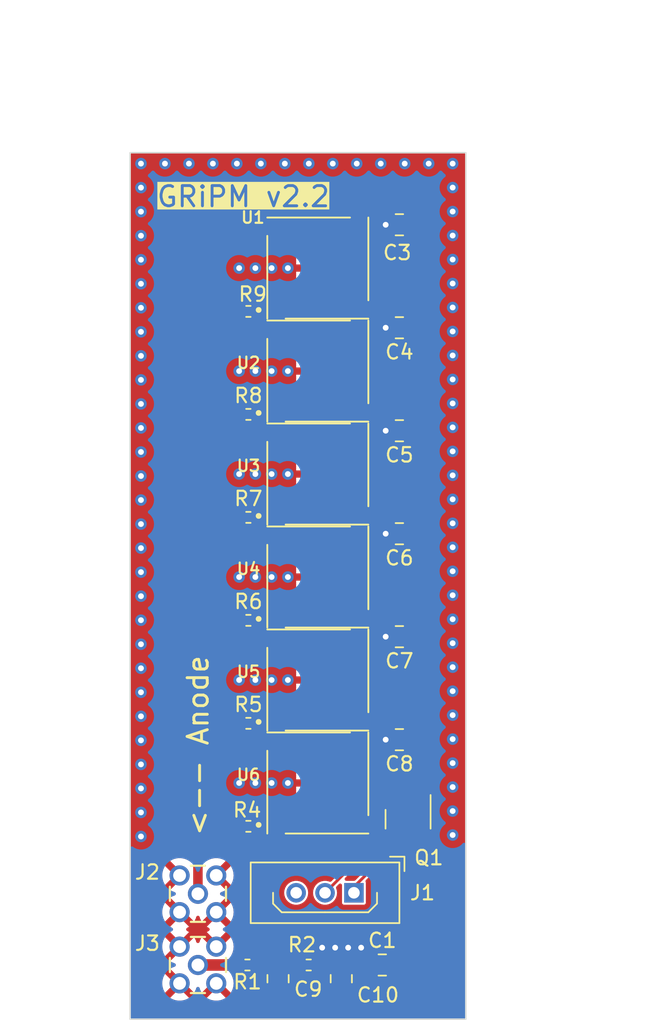
<source format=kicad_pcb>
(kicad_pcb (version 20240108) (generator "pcbnew") (generator_version "8.0")
  (title_block (title "gripm pcb v2"))
  (layers (0 "F.Cu" signal) (31 "B.Cu" signal) (34 "B.Paste" user) (35 "F.Paste" user) (36 "B.SilkS" user "B.Silkscreen") (37 "F.SilkS" user "F.Silkscreen") (38 "B.Mask" user) (39 "F.Mask" user) (44 "Edge.Cuts" user))
  (net 0 "")
  (net 1 "GND")
  (net 2 "/CATHODE")
  (net 3 "/ANODE")
  (net 4 "/D+")
  (net 5 "/D-")
  (net 12 "Net-(C9-Pad2)")
  (net 13 "Net-(J3-signal)")
  (net 15 "Net-(R4-Pad1)")
  (net 16 "Net-(R5-Pad1)")
  (net 17 "Net-(R6-Pad1)")
  (net 18 "Net-(R7-Pad1)")
  (net 19 "Net-(R8-Pad1)")
  (net 20 "Net-(R9-Pad1)")
  (footprint "proj:XDCR_MICROFC-60035-SMT-TR1" (layer "F.Cu") (at 53.5 72.096)
    (property "Reference" "U5" (at -4.8 -0.566 0) (layer "F.SilkS") (effects (font (size 0.8 0.8))))
    (property "Value" "MICROFC-60035-SMT-TR1")
    (fp_line (start -3.5 -3.5) (end 2.23 -3.5) (stroke (width 0.127)) (layer "F.SilkS"))
    (fp_line (start -3.5 -2.23) (end -3.5 3.5) (stroke (width 0.127)) (layer "F.SilkS"))
    (fp_line (start -2.23 3.5) (end 3.5 3.5) (stroke (width 0.127)) (layer "F.SilkS"))
    (fp_line (start 3.5 -3.5) (end 3.5 2.23) (stroke (width 0.127)) (layer "F.SilkS"))
    (fp_circle (center -4.1 2.9) (end -4 2.9) (stroke (width 0.2)) (fill none) (layer "F.SilkS"))
    (pad "1" smd roundrect (at -2.85 3 90) (size 1.1 0.6) (layers "F.Cu" "F.Paste" "F.Mask") (roundrect_rratio 0.15) (net 16 "Net-(R5-Pad1)"))
    (pad "2" smd roundrect (at 3 2.85 180) (size 1.1 0.6) (layers "F.Cu" "F.Paste" "F.Mask") (roundrect_rratio 0.15))
    (pad "3" smd roundrect (at 2.85 -3 270) (size 1.1 0.6) (layers "F.Cu" "F.Paste" "F.Mask") (roundrect_rratio 0.15) (net 2 "/CATHODE"))
    (pad "4" smd roundrect (at -3 -2.85) (size 1.1 0.6) (layers "F.Cu" "F.Paste" "F.Mask") (roundrect_rratio 0.15))
    (pad "5" smd roundrect (at 0 0) (size 2 2) (layers "F.Cu" "F.Paste" "F.Mask") (roundrect_rratio 0.15) (net 1 "GND"))
  )
  (footprint "Capacitor_SMD:C_0805_2012Metric" (layer "F.Cu") (at 55.125 92.782 90)
    (property "Reference" "C10" (at -1.13 2.54 0) (layer "F.SilkS"))
    (property "Value" "100nF")
    (fp_line (start -0.261252 -0.735) (end 0.261252 -0.735) (stroke (width 0.12)) (layer "F.SilkS"))
    (fp_line (start -0.261252 0.735) (end 0.261252 0.735) (stroke (width 0.12)) (layer "F.SilkS"))
    (pad "1" smd roundrect (at -0.95 0 90) (size 1 1.45) (layers "F.Cu" "F.Paste" "F.Mask") (net 1 "GND"))
    (pad "2" smd roundrect (at 0.95 0 90) (size 1 1.45) (layers "F.Cu" "F.Paste" "F.Mask") (net 2 "/CATHODE"))
  )
  (footprint "Capacitor_SMD:C_0805_2012Metric" (layer "F.Cu") (at 59.15 54.832 180)
    (property "Reference" "C5" (at 0 -1.68 180) (layer "F.SilkS"))
    (property "Value" "10pF")
    (fp_line (start -0.261252 0.735) (end 0.261252 0.735) (stroke (width 0.12)) (layer "F.SilkS"))
    (fp_line (start -0.261252 -0.735) (end 0.261252 -0.735) (stroke (width 0.12)) (layer "F.SilkS"))
    (pad "1" smd roundrect (at -0.95 0 180) (size 1 1.45) (layers "F.Cu" "F.Paste" "F.Mask") (net 1 "GND"))
    (pad "2" smd roundrect (at 0.95 0 180) (size 1 1.45) (layers "F.Cu" "F.Paste" "F.Mask") (net 2 "/CATHODE"))
  )
  (footprint "proj:XDCR_MICROFC-60035-SMT-TR1" (layer "F.Cu") (at 53.5 79.228)
    (property "Reference" "U6" (at -4.8 -0.566 0) (layer "F.SilkS") (effects (font (size 0.8 0.8))))
    (property "Value" "MICROFC-60035-SMT-TR1")
    (fp_line (start -3.5 -3.5) (end 2.23 -3.5) (stroke (width 0.127)) (layer "F.SilkS"))
    (fp_line (start -3.5 -2.23) (end -3.5 3.5) (stroke (width 0.127)) (layer "F.SilkS"))
    (fp_line (start -2.23 3.5) (end 3.5 3.5) (stroke (width 0.127)) (layer "F.SilkS"))
    (fp_line (start 3.5 -3.5) (end 3.5 2.23) (stroke (width 0.127)) (layer "F.SilkS"))
    (fp_circle (center -4.1 2.9) (end -4 2.9) (stroke (width 0.2)) (fill none) (layer "F.SilkS"))
    (pad "1" smd roundrect (at -2.85 3 90) (size 1.1 0.6) (layers "F.Cu" "F.Paste" "F.Mask") (roundrect_rratio 0.15) (net 15 "Net-(R4-Pad1)"))
    (pad "2" smd roundrect (at 3 2.85 180) (size 1.1 0.6) (layers "F.Cu" "F.Paste" "F.Mask") (roundrect_rratio 0.15))
    (pad "3" smd roundrect (at 2.85 -3 270) (size 1.1 0.6) (layers "F.Cu" "F.Paste" "F.Mask") (roundrect_rratio 0.15) (net 2 "/CATHODE"))
    (pad "4" smd roundrect (at -3 -2.85) (size 1.1 0.6) (layers "F.Cu" "F.Paste" "F.Mask") (roundrect_rratio 0.15))
    (pad "5" smd roundrect (at 0 0) (size 2 2) (layers "F.Cu" "F.Paste" "F.Mask") (roundrect_rratio 0.15) (net 1 "GND"))
  )
  (footprint "Resistor_SMD:R_0402_1005Metric" (layer "F.Cu") (at 48.69 60.832 180)
    (property "Reference" "R7" (at 0 1.3 180) (layer "F.SilkS"))
    (property "Value" "49r9")
    (fp_line (start -0.153641 0.38) (end 0.153641 0.38) (stroke (width 0.12)) (layer "F.SilkS"))
    (fp_line (start -0.153641 -0.38) (end 0.153641 -0.38) (stroke (width 0.12)) (layer "F.SilkS"))
    (pad "1" smd roundrect (at -0.51 0 180) (size 0.54 0.64) (layers "F.Cu" "F.Paste" "F.Mask") (net 18 "Net-(R7-Pad1)"))
    (pad "2" smd roundrect (at 0.51 0 180) (size 0.54 0.64) (layers "F.Cu" "F.Paste" "F.Mask") (net 3 "/ANODE"))
  )
  (footprint "Capacitor_SMD:C_0805_2012Metric" (layer "F.Cu") (at 59.15 69.096 180)
    (property "Reference" "C7" (at 0 -1.68 180) (layer "F.SilkS"))
    (property "Value" "10pF")
    (fp_line (start -0.261252 0.735) (end 0.261252 0.735) (stroke (width 0.12)) (layer "F.SilkS"))
    (fp_line (start -0.261252 -0.735) (end 0.261252 -0.735) (stroke (width 0.12)) (layer "F.SilkS"))
    (pad "1" smd roundrect (at -0.95 0 180) (size 1 1.45) (layers "F.Cu" "F.Paste" "F.Mask") (net 1 "GND"))
    (pad "2" smd roundrect (at 0.95 0 180) (size 1 1.45) (layers "F.Cu" "F.Paste" "F.Mask") (net 2 "/CATHODE"))
  )
  (footprint "Package_TO_SOT_SMD:SOT-23" (layer "F.Cu") (at 59.75 81.7375 -90)
    (property "Reference" "Q1" (at 2.668 -1.4375 180) (layer "F.SilkS"))
    (property "Value" "MMBT3904")
    (fp_line (start 0 1.56) (end -0.65 1.56) (stroke (width 0.12)) (layer "F.SilkS"))
    (fp_line (start 0 1.56) (end 0.65 1.56) (stroke (width 0.12)) (layer "F.SilkS"))
    (fp_line (start 0 -1.56) (end -1.675 -1.56) (stroke (width 0.12)) (layer "F.SilkS"))
    (fp_line (start 0 -1.56) (end 0.65 -1.56) (stroke (width 0.12)) (layer "F.SilkS"))
    (pad "1" smd roundrect (at -0.9375 -0.95 270) (size 1.475 0.6) (layers "F.Cu" "F.Paste" "F.Mask") (net 4 "/D+"))
    (pad "2" smd roundrect (at -0.9375 0.95 270) (size 1.475 0.6) (layers "F.Cu" "F.Paste" "F.Mask") (net 5 "/D-"))
    (pad "3" smd roundrect (at 0.9375 0 270) (size 1.475 0.6) (layers "F.Cu" "F.Paste" "F.Mask") (net 4 "/D+"))
  )
  (footprint "proj:XDCR_MICROFC-60035-SMT-TR1" (layer "F.Cu") (at 53.5 57.832)
    (property "Reference" "U3" (at -4.8 -0.566 0) (layer "F.SilkS") (effects (font (size 0.8 0.8))))
    (property "Value" "MICROFC-60035-SMT-TR1")
    (fp_line (start -3.5 -3.5) (end 2.23 -3.5) (stroke (width 0.127)) (layer "F.SilkS"))
    (fp_line (start -3.5 -2.23) (end -3.5 3.5) (stroke (width 0.127)) (layer "F.SilkS"))
    (fp_line (start -2.23 3.5) (end 3.5 3.5) (stroke (width 0.127)) (layer "F.SilkS"))
    (fp_line (start 3.5 -3.5) (end 3.5 2.23) (stroke (width 0.127)) (layer "F.SilkS"))
    (fp_circle (center -4.1 2.9) (end -4 2.9) (stroke (width 0.2)) (fill none) (layer "F.SilkS"))
    (pad "1" smd roundrect (at -2.85 3 90) (size 1.1 0.6) (layers "F.Cu" "F.Paste" "F.Mask") (roundrect_rratio 0.15) (net 18 "Net-(R7-Pad1)"))
    (pad "2" smd roundrect (at 3 2.85 180) (size 1.1 0.6) (layers "F.Cu" "F.Paste" "F.Mask") (roundrect_rratio 0.15))
    (pad "3" smd roundrect (at 2.85 -3 270) (size 1.1 0.6) (layers "F.Cu" "F.Paste" "F.Mask") (roundrect_rratio 0.15) (net 2 "/CATHODE"))
    (pad "4" smd roundrect (at -3 -2.85) (size 1.1 0.6) (layers "F.Cu" "F.Paste" "F.Mask") (roundrect_rratio 0.15))
    (pad "5" smd roundrect (at 0 0) (size 2 2) (layers "F.Cu" "F.Paste" "F.Mask") (roundrect_rratio 0.15) (net 1 "GND"))
  )
  (footprint "Capacitor_SMD:C_0805_2012Metric" (layer "F.Cu") (at 59.15 76.228 180)
    (property "Reference" "C8" (at 0 -1.68 180) (layer "F.SilkS"))
    (property "Value" "10pF")
    (fp_line (start -0.261252 0.735) (end 0.261252 0.735) (stroke (width 0.12)) (layer "F.SilkS"))
    (fp_line (start -0.261252 -0.735) (end 0.261252 -0.735) (stroke (width 0.12)) (layer "F.SilkS"))
    (pad "1" smd roundrect (at -0.95 0 180) (size 1 1.45) (layers "F.Cu" "F.Paste" "F.Mask") (net 1 "GND"))
    (pad "2" smd roundrect (at 0.95 0 180) (size 1 1.45) (layers "F.Cu" "F.Paste" "F.Mask") (net 2 "/CATHODE"))
  )
  (footprint "Resistor_SMD:R_0402_1005Metric" (layer "F.Cu") (at 48.625 91.832 180)
    (property "Reference" "R1" (at 0 -1.17 180) (layer "F.SilkS"))
    (property "Value" "49r9")
    (fp_line (start -0.153641 0.38) (end 0.153641 0.38) (stroke (width 0.12)) (layer "F.SilkS"))
    (fp_line (start -0.153641 -0.38) (end 0.153641 -0.38) (stroke (width 0.12)) (layer "F.SilkS"))
    (pad "1" smd roundrect (at -0.51 0 180) (size 0.54 0.64) (layers "F.Cu" "F.Paste" "F.Mask") (net 12 "Net-(C9-Pad2)"))
    (pad "2" smd roundrect (at 0.51 0 180) (size 0.54 0.64) (layers "F.Cu" "F.Paste" "F.Mask") (net 13 "Net-(J3-signal)"))
  )
  (footprint "proj:XDCR_MICROFC-60035-SMT-TR1" (layer "F.Cu") (at 53.5 43.568)
    (property "Reference" "U1" (at -4.5 -3.5 0) (layer "F.SilkS") (effects (font (size 0.8 0.8))))
    (property "Value" "MICROFC-60035-SMT-TR1")
    (fp_line (start -3.5 -3.5) (end 2.23 -3.5) (stroke (width 0.127)) (layer "F.SilkS"))
    (fp_line (start -3.5 -2.23) (end -3.5 3.5) (stroke (width 0.127)) (layer "F.SilkS"))
    (fp_line (start -2.23 3.5) (end 3.5 3.5) (stroke (width 0.127)) (layer "F.SilkS"))
    (fp_line (start 3.5 -3.5) (end 3.5 2.23) (stroke (width 0.127)) (layer "F.SilkS"))
    (fp_circle (center -4.1 2.9) (end -4 2.9) (stroke (width 0.2)) (fill none) (layer "F.SilkS"))
    (pad "1" smd roundrect (at -2.85 3 90) (size 1.1 0.6) (layers "F.Cu" "F.Paste" "F.Mask") (roundrect_rratio 0.15) (net 20 "Net-(R9-Pad1)"))
    (pad "2" smd roundrect (at 3 2.85 180) (size 1.1 0.6) (layers "F.Cu" "F.Paste" "F.Mask") (roundrect_rratio 0.15))
    (pad "3" smd roundrect (at 2.85 -3 270) (size 1.1 0.6) (layers "F.Cu" "F.Paste" "F.Mask") (roundrect_rratio 0.15) (net 2 "/CATHODE"))
    (pad "4" smd roundrect (at -3 -2.85) (size 1.1 0.6) (layers "F.Cu" "F.Paste" "F.Mask") (roundrect_rratio 0.15))
    (pad "5" smd roundrect (at 0 0) (size 2 2) (layers "F.Cu" "F.Paste" "F.Mask") (roundrect_rratio 0.15) (net 1 "GND"))
  )
  (footprint "proj:XDCR_MICROFC-60035-SMT-TR1" (layer "F.Cu") (at 53.5 64.964)
    (property "Reference" "U4" (at -4.8 -0.566 0) (layer "F.SilkS") (effects (font (size 0.8 0.8))))
    (property "Value" "MICROFC-60035-SMT-TR1")
    (fp_line (start -3.5 -3.5) (end 2.23 -3.5) (stroke (width 0.127)) (layer "F.SilkS"))
    (fp_line (start -3.5 -2.23) (end -3.5 3.5) (stroke (width 0.127)) (layer "F.SilkS"))
    (fp_line (start -2.23 3.5) (end 3.5 3.5) (stroke (width 0.127)) (layer "F.SilkS"))
    (fp_line (start 3.5 -3.5) (end 3.5 2.23) (stroke (width 0.127)) (layer "F.SilkS"))
    (fp_circle (center -4.1 2.9) (end -4 2.9) (stroke (width 0.2)) (fill none) (layer "F.SilkS"))
    (pad "1" smd roundrect (at -2.85 3 90) (size 1.1 0.6) (layers "F.Cu" "F.Paste" "F.Mask") (roundrect_rratio 0.15) (net 17 "Net-(R6-Pad1)"))
    (pad "2" smd roundrect (at 3 2.85 180) (size 1.1 0.6) (layers "F.Cu" "F.Paste" "F.Mask") (roundrect_rratio 0.15))
    (pad "3" smd roundrect (at 2.85 -3 270) (size 1.1 0.6) (layers "F.Cu" "F.Paste" "F.Mask") (roundrect_rratio 0.15) (net 2 "/CATHODE"))
    (pad "4" smd roundrect (at -3 -2.85) (size 1.1 0.6) (layers "F.Cu" "F.Paste" "F.Mask") (roundrect_rratio 0.15))
    (pad "5" smd roundrect (at 0 0) (size 2 2) (layers "F.Cu" "F.Paste" "F.Mask") (roundrect_rratio 0.15) (net 1 "GND"))
  )
  (footprint "proj:CONN_73415-1472_MOL" (layer "F.Cu") (at 45.195 86.902)
    (property "Reference" "J2" (at -3.5 -1.5 0) (layer "F.SilkS"))
    (property "Value" "~")
    (fp_line (start -1.9431 -0.488724) (end -1.9431 0.488724) (stroke (width 0.1524)) (layer "F.SilkS"))
    (fp_line (start -0.488724 1.9431) (end 0.488724 1.9431) (stroke (width 0.1524)) (layer "F.SilkS"))
    (fp_line (start 0.488724 -1.9431) (end -0.488724 -1.9431) (stroke (width 0.1524)) (layer "F.SilkS"))
    (fp_line (start 1.9431 0.488724) (end 1.9431 -0.488724) (stroke (width 0.1524)) (layer "F.SilkS"))
    (pad "1" thru_hole circle (at 0 0) (size 1.397 1.397) (drill 0.889) (layers "*.Cu" "*.Mask") (net 3 "/ANODE"))
    (pad "2" thru_hole circle (at -1.27 -1.27) (size 1.397 1.397) (drill 0.889) (layers "*.Cu" "*.Mask") (net 1 "GND"))
    (pad "3" thru_hole circle (at -1.27 1.27) (size 1.397 1.397) (drill 0.889) (layers "*.Cu" "*.Mask") (net 1 "GND"))
    (pad "4" thru_hole circle (at 1.27 1.27) (size 1.397 1.397) (drill 0.889) (layers "*.Cu" "*.Mask") (net 1 "GND"))
    (pad "5" thru_hole circle (at 1.27 -1.27) (size 1.397 1.397) (drill 0.889) (layers "*.Cu" "*.Mask") (net 1 "GND"))
  )
  (footprint "Resistor_SMD:R_0402_1005Metric" (layer "F.Cu") (at 48.69 82.228 180)
    (property "Reference" "R4" (at 0.09 1.128 180) (layer "F.SilkS"))
    (property "Value" "49r9")
    (fp_line (start -0.153641 0.38) (end 0.153641 0.38) (stroke (width 0.12)) (layer "F.SilkS"))
    (fp_line (start -0.153641 -0.38) (end 0.153641 -0.38) (stroke (width 0.12)) (layer "F.SilkS"))
    (pad "1" smd roundrect (at -0.51 0 180) (size 0.54 0.64) (layers "F.Cu" "F.Paste" "F.Mask") (net 15 "Net-(R4-Pad1)"))
    (pad "2" smd roundrect (at 0.51 0 180) (size 0.54 0.64) (layers "F.Cu" "F.Paste" "F.Mask") (net 3 "/ANODE"))
  )
  (footprint "Resistor_SMD:R_0402_1005Metric" (layer "F.Cu") (at 48.69 75.096 180)
    (property "Reference" "R5" (at 0 1.3 180) (layer "F.SilkS"))
    (property "Value" "49r9")
    (fp_line (start -0.153641 0.38) (end 0.153641 0.38) (stroke (width 0.12)) (layer "F.SilkS"))
    (fp_line (start -0.153641 -0.38) (end 0.153641 -0.38) (stroke (width 0.12)) (layer "F.SilkS"))
    (pad "1" smd roundrect (at -0.51 0 180) (size 0.54 0.64) (layers "F.Cu" "F.Paste" "F.Mask") (net 16 "Net-(R5-Pad1)"))
    (pad "2" smd roundrect (at 0.51 0 180) (size 0.54 0.64) (layers "F.Cu" "F.Paste" "F.Mask") (net 3 "/ANODE"))
  )
  (footprint "Capacitor_SMD:C_0805_2012Metric" (layer "F.Cu") (at 59.15 61.964 180)
    (property "Reference" "C6" (at 0 -1.68 180) (layer "F.SilkS"))
    (property "Value" "10pF")
    (fp_line (start -0.261252 0.735) (end 0.261252 0.735) (stroke (width 0.12)) (layer "F.SilkS"))
    (fp_line (start -0.261252 -0.735) (end 0.261252 -0.735) (stroke (width 0.12)) (layer "F.SilkS"))
    (pad "1" smd roundrect (at -0.95 0 180) (size 1 1.45) (layers "F.Cu" "F.Paste" "F.Mask") (net 1 "GND"))
    (pad "2" smd roundrect (at 0.95 0 180) (size 1 1.45) (layers "F.Cu" "F.Paste" "F.Mask") (net 2 "/CATHODE"))
  )
  (footprint "proj:XDCR_MICROFC-60035-SMT-TR1" (layer "F.Cu") (at 53.5 50.7)
    (property "Reference" "U2" (at -4.8 -0.566 0) (layer "F.SilkS") (effects (font (size 0.8 0.8))))
    (property "Value" "MICROFC-60035-SMT-TR1")
    (fp_line (start -3.5 -3.5) (end 2.23 -3.5) (stroke (width 0.127)) (layer "F.SilkS"))
    (fp_line (start -3.5 -2.23) (end -3.5 3.5) (stroke (width 0.127)) (layer "F.SilkS"))
    (fp_line (start -2.23 3.5) (end 3.5 3.5) (stroke (width 0.127)) (layer "F.SilkS"))
    (fp_line (start 3.5 -3.5) (end 3.5 2.23) (stroke (width 0.127)) (layer "F.SilkS"))
    (fp_circle (center -4.1 2.9) (end -4 2.9) (stroke (width 0.2)) (fill none) (layer "F.SilkS"))
    (pad "1" smd roundrect (at -2.85 3 90) (size 1.1 0.6) (layers "F.Cu" "F.Paste" "F.Mask") (roundrect_rratio 0.15) (net 19 "Net-(R8-Pad1)"))
    (pad "2" smd roundrect (at 3 2.85 180) (size 1.1 0.6) (layers "F.Cu" "F.Paste" "F.Mask") (roundrect_rratio 0.15))
    (pad "3" smd roundrect (at 2.85 -3 270) (size 1.1 0.6) (layers "F.Cu" "F.Paste" "F.Mask") (roundrect_rratio 0.15) (net 2 "/CATHODE"))
    (pad "4" smd roundrect (at -3 -2.85) (size 1.1 0.6) (layers "F.Cu" "F.Paste" "F.Mask") (roundrect_rratio 0.15))
    (pad "5" smd roundrect (at 0 0) (size 2 2) (layers "F.Cu" "F.Paste" "F.Mask") (roundrect_rratio 0.15) (net 1 "GND"))
  )
  (footprint "Resistor_SMD:R_0402_1005Metric" (layer "F.Cu") (at 48.69 67.964 180)
    (property "Reference" "R6" (at 0 1.3 180) (layer "F.SilkS"))
    (property "Value" "49r9")
    (fp_line (start -0.153641 0.38) (end 0.153641 0.38) (stroke (width 0.12)) (layer "F.SilkS"))
    (fp_line (start -0.153641 -0.38) (end 0.153641 -0.38) (stroke (width 0.12)) (layer "F.SilkS"))
    (pad "1" smd roundrect (at -0.51 0 180) (size 0.54 0.64) (layers "F.Cu" "F.Paste" "F.Mask") (net 17 "Net-(R6-Pad1)"))
    (pad "2" smd roundrect (at 0.51 0 180) (size 0.54 0.64) (layers "F.Cu" "F.Paste" "F.Mask") (net 3 "/ANODE"))
  )
  (footprint "Capacitor_SMD:C_0805_2012Metric" (layer "F.Cu") (at 50.745 92.782 90)
    (property "Reference" "C9" (at -0.73 2.09 0) (layer "F.SilkS"))
    (property "Value" "10nF")
    (fp_line (start -0.261252 -0.735) (end 0.261252 -0.735) (stroke (width 0.12)) (layer "F.SilkS"))
    (fp_line (start -0.261252 0.735) (end 0.261252 0.735) (stroke (width 0.12)) (layer "F.SilkS"))
    (pad "1" smd roundrect (at -0.95 0 90) (size 1 1.45) (layers "F.Cu" "F.Paste" "F.Mask") (net 1 "GND"))
    (pad "2" smd roundrect (at 0.95 0 90) (size 1 1.45) (layers "F.Cu" "F.Paste" "F.Mask") (net 12 "Net-(C9-Pad2)"))
  )
  (footprint "Resistor_SMD:R_0402_1005Metric" (layer "F.Cu") (at 52.865 91.832 180)
    (property "Reference" "R2" (at 0.465 1.4 180) (layer "F.SilkS"))
    (property "Value" "49r9")
    (fp_line (start -0.153641 0.38) (end 0.153641 0.38) (stroke (width 0.12)) (layer "F.SilkS"))
    (fp_line (start -0.153641 -0.38) (end 0.153641 -0.38) (stroke (width 0.12)) (layer "F.SilkS"))
    (pad "1" smd roundrect (at -0.51 0 180) (size 0.54 0.64) (layers "F.Cu" "F.Paste" "F.Mask") (net 2 "/CATHODE"))
    (pad "2" smd roundrect (at 0.51 0 180) (size 0.54 0.64) (layers "F.Cu" "F.Paste" "F.Mask") (net 12 "Net-(C9-Pad2)"))
  )
  (footprint "Capacitor_SMD:C_0805_2012Metric" (layer "F.Cu") (at 57.965 91.832 180)
    (property "Reference" "C1" (at 0 1.7 180) (layer "F.SilkS"))
    (property "Value" "100 pF")
    (fp_line (start -0.261252 0.735) (end 0.261252 0.735) (stroke (width 0.12)) (layer "F.SilkS"))
    (fp_line (start -0.261252 -0.735) (end 0.261252 -0.735) (stroke (width 0.12)) (layer "F.SilkS"))
    (pad "1" smd roundrect (at -0.95 0 180) (size 1 1.45) (layers "F.Cu" "F.Paste" "F.Mask") (net 1 "GND"))
    (pad "2" smd roundrect (at 0.95 0 180) (size 1 1.45) (layers "F.Cu" "F.Paste" "F.Mask") (net 2 "/CATHODE"))
  )
  (footprint "Capacitor_SMD:C_0805_2012Metric" (layer "F.Cu") (at 59.15 47.7 180)
    (property "Reference" "C4" (at 0 -1.68 180) (layer "F.SilkS"))
    (property "Value" "10pF")
    (fp_line (start -0.261252 0.735) (end 0.261252 0.735) (stroke (width 0.12)) (layer "F.SilkS"))
    (fp_line (start -0.261252 -0.735) (end 0.261252 -0.735) (stroke (width 0.12)) (layer "F.SilkS"))
    (pad "1" smd roundrect (at -0.95 0 180) (size 1 1.45) (layers "F.Cu" "F.Paste" "F.Mask") (net 1 "GND"))
    (pad "2" smd roundrect (at 0.95 0 180) (size 1 1.45) (layers "F.Cu" "F.Paste" "F.Mask") (net 2 "/CATHODE"))
  )
  (footprint "Capacitor_SMD:C_0805_2012Metric" (layer "F.Cu") (at 59.15 40.568 180)
    (property "Reference" "C3" (at 0.15 -1.932 0) (layer "F.SilkS"))
    (property "Value" "10pF")
    (fp_line (start -0.261252 0.735) (end 0.261252 0.735) (stroke (width 0.12)) (layer "F.SilkS"))
    (fp_line (start -0.261252 -0.735) (end 0.261252 -0.735) (stroke (width 0.12)) (layer "F.SilkS"))
    (pad "1" smd roundrect (at -0.95 0 180) (size 1 1.45) (layers "F.Cu" "F.Paste" "F.Mask") (net 1 "GND"))
    (pad "2" smd roundrect (at 0.95 0 180) (size 1 1.45) (layers "F.Cu" "F.Paste" "F.Mask") (net 2 "/CATHODE"))
  )
  (footprint "Resistor_SMD:R_0402_1005Metric" (layer "F.Cu") (at 48.69 46.568 180)
    (property "Reference" "R9" (at -0.3 1.19 180) (layer "F.SilkS"))
    (property "Value" "49r9")
    (fp_line (start -0.153641 0.38) (end 0.153641 0.38) (stroke (width 0.12)) (layer "F.SilkS"))
    (fp_line (start -0.153641 -0.38) (end 0.153641 -0.38) (stroke (width 0.12)) (layer "F.SilkS"))
    (pad "1" smd roundrect (at -0.51 0 180) (size 0.54 0.64) (layers "F.Cu" "F.Paste" "F.Mask") (net 20 "Net-(R9-Pad1)"))
    (pad "2" smd roundrect (at 0.51 0 180) (size 0.54 0.64) (layers "F.Cu" "F.Paste" "F.Mask") (net 3 "/ANODE"))
  )
  (footprint "Connector_Harwin:Harwin_LTek-Male_03_P2.00mm_Vertical" (layer "F.Cu") (at 56 86.832 180)
    (property "Reference" "J1" (at -4.75 0 180) (layer "F.SilkS"))
    (property "Value" "Conn_01x03")
    (fp_line (start 7.15 2.1) (end 7.15 -2.1) (stroke (width 0.12)) (layer "F.SilkS"))
    (fp_line (start 7.15 -2.1) (end -3.15 -2.1) (stroke (width 0.12)) (layer "F.SilkS"))
    (fp_line (start 5.6 0) (end 5.6 -0.75) (stroke (width 0.12)) (layer "F.SilkS"))
    (fp_line (start 5.6 -0.75) (end 5 -1.35) (stroke (width 0.12)) (layer "F.SilkS"))
    (fp_line (start 5 -1.35) (end 2 -1.35) (stroke (width 0.12)) (layer "F.SilkS"))
    (fp_line (start -1 -1.35) (end 2 -1.35) (stroke (width 0.12)) (layer "F.SilkS"))
    (fp_line (start -1.6 0) (end -1.6 -0.75) (stroke (width 0.12)) (layer "F.SilkS"))
    (fp_line (start -1.6 -0.75) (end -1 -1.35) (stroke (width 0.12)) (layer "F.SilkS"))
    (fp_line (start -3.15 2.1) (end 7.15 2.1) (stroke (width 0.12)) (layer "F.SilkS"))
    (fp_line (start -3.15 -2.1) (end -3.15 2.1) (stroke (width 0.12)) (layer "F.SilkS"))
    (fp_line (start -3.5 2.5) (end -2.5 2.5) (stroke (width 0.12)) (layer "F.SilkS"))
    (fp_line (start -3.5 1.5) (end -3.5 2.5) (stroke (width 0.12)) (layer "F.SilkS"))
    (pad "1" thru_hole rect (at 0 0 180) (size 1.35 1.35) (drill 0.8) (layers "*.Cu" "*.Mask") (net 4 "/D+"))
    (pad "2" thru_hole circle (at 2 0 180) (size 1.35 1.35) (drill 0.8) (layers "*.Cu" "*.Mask") (net 5 "/D-"))
    (pad "3" thru_hole circle (at 4 0 180) (size 1.35 1.35) (drill 0.8) (layers "*.Cu" "*.Mask"))
  )
  (footprint "Resistor_SMD:R_0402_1005Metric" (layer "F.Cu") (at 48.69 53.7 180)
    (property "Reference" "R8" (at 0 1.3 180) (layer "F.SilkS"))
    (property "Value" "49r9")
    (fp_line (start -0.153641 0.38) (end 0.153641 0.38) (stroke (width 0.12)) (layer "F.SilkS"))
    (fp_line (start -0.153641 -0.38) (end 0.153641 -0.38) (stroke (width 0.12)) (layer "F.SilkS"))
    (pad "1" smd roundrect (at -0.51 0 180) (size 0.54 0.64) (layers "F.Cu" "F.Paste" "F.Mask") (net 19 "Net-(R8-Pad1)"))
    (pad "2" smd roundrect (at 0.51 0 180) (size 0.54 0.64) (layers "F.Cu" "F.Paste" "F.Mask") (net 3 "/ANODE"))
  )
  (footprint "proj:CONN_73415-1472_MOL" (layer "F.Cu") (at 45.195 91.832)
    (property "Reference" "J3" (at -3.5 -1.5 0) (layer "F.SilkS"))
    (property "Value" "~")
    (fp_line (start -1.9431 -0.488724) (end -1.9431 0.488724) (stroke (width 0.1524)) (layer "F.SilkS"))
    (fp_line (start -0.488724 1.9431) (end 0.488724 1.9431) (stroke (width 0.1524)) (layer "F.SilkS"))
    (fp_line (start 0.488724 -1.9431) (end -0.488724 -1.9431) (stroke (width 0.1524)) (layer "F.SilkS"))
    (fp_line (start 1.9431 0.488724) (end 1.9431 -0.488724) (stroke (width 0.1524)) (layer "F.SilkS"))
    (pad "1" thru_hole circle (at 0 0) (size 1.397 1.397) (drill 0.889) (layers "*.Cu" "*.Mask") (net 13 "Net-(J3-signal)"))
    (pad "2" thru_hole circle (at -1.27 -1.27) (size 1.397 1.397) (drill 0.889) (layers "*.Cu" "*.Mask") (net 1 "GND"))
    (pad "3" thru_hole circle (at -1.27 1.27) (size 1.397 1.397) (drill 0.889) (layers "*.Cu" "*.Mask") (net 1 "GND"))
    (pad "4" thru_hole circle (at 1.27 1.27) (size 1.397 1.397) (drill 0.889) (layers "*.Cu" "*.Mask") (net 1 "GND"))
    (pad "5" thru_hole circle (at 1.27 -1.27) (size 1.397 1.397) (drill 0.889) (layers "*.Cu" "*.Mask") (net 1 "GND"))
  )
  (gr_rect (start 40.5 35.582) (end 63.75 95.582) (stroke (width 0.1)) (fill none) (layer "Edge.Cuts"))
  (gr_text "GRiPM v2.2" (at 42.243333 39.435333 0) (layer "F.SilkS" knockout) (effects (font (size 1.4 1.4) (thickness 0.2) (bold yes)) (justify left bottom)))
  (gr_text "<-- Anode " (at 46.025 83 90) (layer "F.SilkS") (effects (font (size 1.4 1.4) (thickness 0.2) (bold yes)) (justify left bottom)))
  (via (at 51.425 43.568) (size 0.8) (drill 0.4) (layers "F.Cu" "B.Cu") (net 1))
  (via (at 62.839282 72.867708) (size 0.8) (drill 0.4) (layers "F.Cu" "B.Cu") (net 1))
  (via (at 61.178568 36.332) (size 0.8) (drill 0.4) (layers "F.Cu" "B.Cu") (net 1))
  (via (at 62.839282 61.24271) (size 0.8) (drill 0.4) (layers "F.Cu" "B.Cu") (net 1))
  (via (at 48.05 72.096) (size 0.8) (drill 0.4) (layers "F.Cu" "B.Cu") (net 1))
  (via (at 50.3 50.7) (size 0.8) (drill 0.4) (layers "F.Cu" "B.Cu") (net 1))
  (via (at 41.25 64.624845) (size 0.8) (drill 0.4) (layers "F.Cu" "B.Cu") (net 1))
  (via (at 48.05 79.228) (size 0.8) (drill 0.4) (layers "F.Cu" "B.Cu") (net 1))
  (via (at 62.839282 49.617712) (size 0.8) (drill 0.4) (layers "F.Cu" "B.Cu") (net 1))
  (via (at 62.839282 51.278426) (size 0.8) (drill 0.4) (layers "F.Cu" "B.Cu") (net 1))
  (via (at 48.05 57.832) (size 0.8) (drill 0.4) (layers "F.Cu" "B.Cu") (net 1))
  (via (at 41.25 69.6177) (size 0.8) (drill 0.4) (layers "F.Cu" "B.Cu") (net 1))
  (via (at 62.839282 76.189136) (size 0.8) (drill 0.4) (layers "F.Cu" "B.Cu") (net 1))
  (via (at 41.25 46.31771) (size 0.8) (drill 0.4) (layers "F.Cu" "B.Cu") (net 1))
  (via (at 62.839282 52.93914) (size 0.8) (drill 0.4) (layers "F.Cu" "B.Cu") (net 1))
  (via (at 57.85714 36.332) (size 0.8) (drill 0.4) (layers "F.Cu" "B.Cu") (net 1))
  (via (at 41.25 57.967705) (size 0.8) (drill 0.4) (layers "F.Cu" "B.Cu") (net 1))
  (via (at 62.839282 46.296284) (size 0.8) (drill 0.4) (layers "F.Cu" "B.Cu") (net 1))
  (via (at 50.3 79.228) (size 0.8) (drill 0.4) (layers "F.Cu" "B.Cu") (net 1))
  (via (at 49.175 57.832) (size 0.8) (drill 0.4) (layers "F.Cu" "B.Cu") (net 1))
  (via (at 49.175 64.964) (size 0.8) (drill 0.4) (layers "F.Cu" "B.Cu") (net 1))
  (via (at 41.25 66.28913) (size 0.8) (drill 0.4) (layers "F.Cu" "B.Cu") (net 1))
  (via (at 51.425 64.964) (size 0.8) (drill 0.4) (layers "F.Cu" "B.Cu") (net 1))
  (via (at 56.196426 36.332) (size 0.8) (drill 0.4) (layers "F.Cu" "B.Cu") (net 1))
  (via (at 41.25 59.63199) (size 0.8) (drill 0.4) (layers "F.Cu" "B.Cu") (net 1))
  (via (at 62.839282 81.171278) (size 0.8) (drill 0.4) (layers "F.Cu" "B.Cu") (net 1))
  (via (at 41.25 54.639135) (size 0.8) (drill 0.4) (layers "F.Cu" "B.Cu") (net 1))
  (via (at 54.535712 36.332) (size 0.8) (drill 0.4) (layers "F.Cu" "B.Cu") (net 1))
  (via (at 62.839282 36.332) (size 0.8) (drill 0.4) (layers "F.Cu" "B.Cu") (net 1))
  (via (at 62.839282 62.903424) (size 0.8) (drill 0.4) (layers "F.Cu" "B.Cu") (net 1))
  (via (at 49.175 79.228) (size 0.8) (drill 0.4) (layers "F.Cu" "B.Cu") (net 1))
  (via (at 47.892856 36.332) (size 0.8) (drill 0.4) (layers "F.Cu" "B.Cu") (net 1))
  (via (at 62.839282 57.921282) (size 0.8) (drill 0.4) (layers "F.Cu" "B.Cu") (net 1))
  (via (at 62.839282 82.832) (size 0.8) (drill 0.4) (layers "F.Cu" "B.Cu") (net 1))
  (via (at 51.425 57.832) (size 0.8) (drill 0.4) (layers "F.Cu" "B.Cu") (net 1))
  (via (at 41.25 72.94627) (size 0.8) (drill 0.4) (layers "F.Cu" "B.Cu") (net 1))
  (via (at 49.55357 36.332) (size 0.8) (drill 0.4) (layers "F.Cu" "B.Cu") (net 1))
  (via (at 50.3 43.568) (size 0.8) (drill 0.4) (layers "F.Cu" "B.Cu") (net 1))
  (via (at 41.25 82.93198) (size 0.8) (drill 0.4) (layers "F.Cu" "B.Cu") (net 1))
  (via (at 59.517854 36.332) (size 0.8) (drill 0.4) (layers "F.Cu" "B.Cu") (net 1))
  (via (at 62.839282 67.885566) (size 0.8) (drill 0.4) (layers "F.Cu" "B.Cu") (net 1))
  (via (at 42.910714 36.332) (size 0.8) (drill 0.4) (layers "F.Cu" "B.Cu") (net 1))
  (via (at 41.25 67.953415) (size 0.8) (drill 0.4) (layers "F.Cu" "B.Cu") (net 1))
  (via (at 41.25 36.332) (size 0.8) (drill 0.4) (layers "F.Cu" "B.Cu") (net 1))
  (via (at 62.839282 77.84985) (size 0.8) (drill 0.4) (layers "F.Cu" "B.Cu") (net 1))
  (via (at 41.25 62.96056) (size 0.8) (drill 0.4) (layers "F.Cu" "B.Cu") (net 1))
  (via (at 62.839282 66.224852) (size 0.8) (drill 0.4) (layers "F.Cu" "B.Cu") (net 1))
  (via (at 41.25 76.27484) (size 0.8) (drill 0.4) (layers "F.Cu" "B.Cu") (net 1))
  (via (at 41.25 42.98914) (size 0.8) (drill 0.4) (layers "F.Cu" "B.Cu") (net 1))
  (via (at 41.25 44.653425) (size 0.8) (drill 0.4) (layers "F.Cu" "B.Cu") (net 1))
  (via (at 41.25 61.296275) (size 0.8) (drill 0.4) (layers "F.Cu" "B.Cu") (net 1))
  (via (at 41.25 81.267695) (size 0.8) (drill 0.4) (layers "F.Cu" "B.Cu") (net 1))
  (via (at 48.05 43.568) (size 0.8) (drill 0.4) (layers "F.Cu" "B.Cu") (net 1))
  (via (at 52.874998 36.332) (size 0.8) (drill 0.4) (layers "F.Cu" "B.Cu") (net 1))
  (via (at 51.425 50.7) (size 0.8) (drill 0.4) (layers "F.Cu" "B.Cu") (net 1))
  (via (at 51.214284 36.332) (size 0.8) (drill 0.4) (layers "F.Cu" "B.Cu") (net 1))
  (via (at 41.25 71.281985) (size 0.8) (drill 0.4) (layers "F.Cu" "B.Cu") (net 1))
  (via (at 41.25 51.310565) (size 0.8) (drill 0.4) (layers "F.Cu" "B.Cu") (net 1))
  (via (at 62.839282 41.314142) (size 0.8) (drill 0.4) (layers "F.Cu" "B.Cu") (net 1))
  (via (at 50.3 64.964) (size 0.8) (drill 0.4) (layers "F.Cu" "B.Cu") (net 1))
  (via (at 62.839282 59.581996) (size 0.8) (drill 0.4) (layers "F.Cu" "B.Cu") (net 1))
  (via (at 41.25 37.996285) (size 0.8) (drill 0.4) (layers "F.Cu" "B.Cu") (net 1))
  (via (at 41.25 77.939125) (size 0.8) (drill 0.4) (layers "F.Cu" "B.Cu") (net 1))
  (via (at 49.175 43.568) (size 0.8) (drill 0.4) (layers "F.Cu" "B.Cu") (net 1))
  (via (at 51.425 72.096) (size 0.8) (drill 0.4) (layers "F.Cu" "B.Cu") (net 1))
  (via (at 41.25 39.66057) (size 0.8) (drill 0.4) (layers "F.Cu" "B.Cu") (net 1))
  (via (at 62.839282 42.974856) (size 0.8) (drill 0.4) (layers "F.Cu" "B.Cu") (net 1))
  (via (at 41.25 56.30342) (size 0.8) (drill 0.4) (layers "F.Cu" "B.Cu") (net 1))
  (via (at 62.839282 64.564138) (size 0.8) (drill 0.4) (layers "F.Cu" "B.Cu") (net 1))
  (via (at 62.839282 74.528422) (size 0.8) (drill 0.4) (layers "F.Cu" "B.Cu") (net 1))
  (via (at 41.25 47.981995) (size 0.8) (drill 0.4) (layers "F.Cu" "B.Cu") (net 1))
  (via (at 62.839282 39.653428) (size 0.8) (drill 0.4) (layers "F.Cu" "B.Cu") (net 1))
  (via (at 48.05 64.964) (size 0.8) (drill 0.4) (layers "F.Cu" "B.Cu") (net 1))
  (via (at 46.232142 36.332) (size 0.8) (drill 0.4) (layers "F.Cu" "B.Cu") (net 1))
  (via (at 50.3 57.832) (size 0.8) (drill 0.4) (layers "F.Cu" "B.Cu") (net 1))
  (via (at 41.25 41.324855) (size 0.8) (drill 0.4) (layers "F.Cu" "B.Cu") (net 1))
  (via (at 50.3 72.096) (size 0.8) (drill 0.4) (layers "F.Cu" "B.Cu") (net 1))
  (via (at 41.25 79.60341) (size 0.8) (drill 0.4) (layers "F.Cu" "B.Cu") (net 1))
  (via (at 49.175 50.7) (size 0.8) (drill 0.4) (layers "F.Cu" "B.Cu") (net 1))
  (via (at 62.839282 44.63557) (size 0.8) (drill 0.4) (layers "F.Cu" "B.Cu") (net 1))
  (via (at 41.25 52.97485) (size 0.8) (drill 0.4) (layers "F.Cu" "B.Cu") (net 1))
  (via (at 62.839282 56.260568) (size 0.8) (drill 0.4) (layers "F.Cu" "B.Cu") (net 1))
  (via (at 62.839282 54.599854) (size 0.8) (drill 0.4) (layers "F.Cu" "B.Cu") (net 1))
  (via (at 62.839282 69.54628) (size 0.8) (drill 0.4) (layers "F.Cu" "B.Cu") (net 1))
  (via (at 41.25 74.610555) (size 0.8) (drill 0.4) (layers "F.Cu" "B.Cu") (net 1))
  (via (at 44.571428 36.332) (size 0.8) (drill 0.4) (layers "F.Cu" "B.Cu") (net 1))
  (via (at 62.839282 79.510564) (size 0.8) (drill 0.4) (layers "F.Cu" "B.Cu") (net 1))
  (via (at 48.05 50.7) (size 0.8) (drill 0.4) (layers "F.Cu" "B.Cu") (net 1))
  (via (at 62.839282 37.992714) (size 0.8) (drill 0.4) (layers "F.Cu" "B.Cu") (net 1))
  (via (at 51.425 79.228) (size 0.8) (drill 0.4) (layers "F.Cu" "B.Cu") (net 1))
  (via (at 62.839282 71.206994) (size 0.8) (drill 0.4) (layers "F.Cu" "B.Cu") (net 1))
  (via (at 41.25 49.64628) (size 0.8) (drill 0.4) (layers "F.Cu" "B.Cu") (net 1))
  (via (at 49.175 72.096) (size 0.8) (drill 0.4) (layers "F.Cu" "B.Cu") (net 1))
  (via (at 62.839282 47.956998) (size 0.8) (drill 0.4) (layers "F.Cu" "B.Cu") (net 1))
  (segment (start 55.125 91.832) (end 55.125 91.107) (width 1) (layer "F.Cu") (net 2))
  (segment (start 53.8 90.632) (end 56.5 90.632) (width 1) (layer "F.Cu") (net 2))
  (segment (start 55.125 91.832) (end 55 91.832) (width 1) (layer "F.Cu") (net 2))
  (segment (start 56.35 69.096) (end 58.2 69.096) (width 1) (layer "F.Cu") (net 2))
  (segment (start 56.35 76.228) (end 58.2 76.228) (width 1) (layer "F.Cu") (net 2))
  (segment (start 57.015 91.147) (end 56.5 90.632) (width 1) (layer "F.Cu") (net 2))
  (segment (start 53.375 91.832) (end 53.5 91.832) (width 1) (layer "F.Cu") (net 2))
  (segment (start 55.125 91.832) (end 55.3 91.832) (width 1) (layer "F.Cu") (net 2))
  (segment (start 53.5 91.832) (end 54.7 90.632) (width 1) (layer "F.Cu") (net 2))
  (segment (start 57.015 91.832) (end 53.375 91.832) (width 1) (layer "F.Cu") (net 2))
  (segment (start 55.125 91.057) (end 54.7 90.632) (width 1) (layer "F.Cu") (net 2))
  (segment (start 55.125 91.832) (end 55.125 91.057) (width 1) (layer "F.Cu") (net 2))
  (segment (start 53.375 91.057) (end 53.8 90.632) (width 1) (layer "F.Cu") (net 2))
  (segment (start 56.35 47.7) (end 58.2 47.7) (width 1) (layer "F.Cu") (net 2))
  (segment (start 57.015 91.832) (end 57.015 91.147) (width 1) (layer "F.Cu") (net 2))
  (segment (start 55 91.832) (end 53.8 90.632) (width 1) (layer "F.Cu") (net 2))
  (segment (start 57.015 91.832) (end 55.125 91.832) (width 1) (layer "F.Cu") (net 2))
  (segment (start 56.35 54.832) (end 58.2 54.832) (width 1) (layer "F.Cu") (net 2))
  (segment (start 53.375 91.832) (end 55.125 91.832) (width 1) (layer "F.Cu") (net 2))
  (segment (start 56.35 61.964) (end 58.2 61.964) (width 1) (layer "F.Cu") (net 2))
  (segment (start 56.35 40.568) (end 58.2 40.568) (width 1) (layer "F.Cu") (net 2))
  (segment (start 55.3 91.832) (end 56.5 90.632) (width 1) (layer "F.Cu") (net 2))
  (segment (start 55.125 91.107) (end 55.6 90.632) (width 1) (layer "F.Cu") (net 2))
  (segment (start 53.375 91.832) (end 53.375 91.057) (width 1) (layer "F.Cu") (net 2))
  (via (at 56.5 90.632) (size 0.8) (drill 0.4) (layers "F.Cu" "B.Cu") (net 2))
  (via (at 58.2 54.832) (size 0.8) (drill 0.4) (layers "F.Cu" "B.Cu") (net 2))
  (via (at 53.8 90.632) (size 0.8) (drill 0.4) (layers "F.Cu" "B.Cu") (net 2))
  (via (at 58.2 61.964) (size 0.8) (drill 0.4) (layers "F.Cu" "B.Cu") (net 2))
  (via (at 58.2 76.228) (size 0.8) (drill 0.4) (layers "F.Cu" "B.Cu") (net 2))
  (via (at 58.2 40.568) (size 0.8) (drill 0.4) (layers "F.Cu" "B.Cu") (net 2))
  (via (at 58.2 69.096) (size 0.8) (drill 0.4) (layers "F.Cu" "B.Cu") (net 2))
  (via (at 58.2 47.7) (size 0.8) (drill 0.4) (layers "F.Cu" "B.Cu") (net 2))
  (via (at 55.6 90.632) (size 0.8) (drill 0.4) (layers "F.Cu" "B.Cu") (net 2))
  (via (at 54.7 90.632) (size 0.8) (drill 0.4) (layers "F.Cu" "B.Cu") (net 2))
  (segment (start 47.327 53.7) (end 45.195 55.832) (width 0.6566) (layer "F.Cu") (net 3))
  (segment (start 47.195 60.832) (end 45.195 62.832) (width 0.6566) (layer "F.Cu") (net 3))
  (segment (start 47.063 67.964) (end 45.195 69.832) (width 0.6566) (layer "F.Cu") (net 3))
  (segment (start 48.18 60.832) (end 47.195 60.832) (width 0.6566) (layer "F.Cu") (net 3))
  (segment (start 48.18 53.7) (end 47.327 53.7) (width 0.6566) (layer "F.Cu") (net 3))
  (segment (start 46.931 75.096) (end 45.195 76.832) (width 0.6566) (layer "F.Cu") (net 3))
  (segment (start 47.332 46.568) (end 45.195 48.705) (width 0.6566) (layer "F.Cu") (net 3))
  (segment (start 45.195 62.832) (end 45.195 69.832) (width 0.6566) (layer "F.Cu") (net 3))
  (segment (start 48.18 67.964) (end 47.063 67.964) (width 0.6566) (layer "F.Cu") (net 3))
  (segment (start 45.195 76.832) (end 45.195 83.832) (width 0.6566) (layer "F.Cu") (net 3))
  (segment (start 48.18 46.568) (end 47.332 46.568) (width 0.6566) (layer "F.Cu") (net 3))
  (segment (start 45.195 83.832) (end 45.195 86.902) (width 0.6566) (layer "F.Cu") (net 3))
  (segment (start 45.195 69.832) (end 45.195 76.832) (width 0.6566) (layer "F.Cu") (net 3))
  (segment (start 46.799 82.228) (end 45.195 83.832) (width 0.6566) (layer "F.Cu") (net 3))
  (segment (start 48.18 82.228) (end 46.799 82.228) (width 0.6566) (layer "F.Cu") (net 3))
  (segment (start 45.195 55.832) (end 45.195 62.832) (width 0.6566) (layer "F.Cu") (net 3))
  (segment (start 45.195 48.705) (end 45.195 55.832) (width 0.6566) (layer "F.Cu") (net 3))
  (segment (start 48.18 75.096) (end 46.931 75.096) (width 0.6566) (layer "F.Cu") (net 3))
  (segment (start 56 86.425) (end 56 86.832) (width 0.2) (layer "F.Cu") (net 4))
  (segment (start 60.7 81.725) (end 59.75 82.675) (width 0.2) (layer "F.Cu") (net 4))
  (segment (start 59.75 82.675) (end 56 86.425) (width 0.2) (layer "F.Cu") (net 4))
  (segment (start 60.7 80.8) (end 60.7 81.725) (width 0.2) (layer "F.Cu") (net 4))
  (segment (start 58.8 82.032) (end 54 86.832) (width 0.2) (layer "F.Cu") (net 5))
  (segment (start 58.8 80.8) (end 58.8 82.032) (width 0.2) (layer "F.Cu") (net 5))
  (segment (start 50.745 91.832) (end 49.135 91.832) (width 0.25) (layer "F.Cu") (net 12))
  (segment (start 52.355 91.832) (end 50.745 91.832) (width 0.25) (layer "F.Cu") (net 12))
  (segment (start 45.195 91.832) (end 48.115 91.832) (width 0.8) (layer "F.Cu") (net 13))
  (segment (start 49.2 82.228) (end 50.65 82.228) (width 0.6566) (layer "F.Cu") (net 15))
  (segment (start 50.65 75.096) (end 49.2 75.096) (width 0.6566) (layer "F.Cu") (net 16))
  (segment (start 50.65 67.964) (end 49.2 67.964) (width 0.6566) (layer "F.Cu") (net 17))
  (segment (start 50.65 60.832) (end 49.2 60.832) (width 0.6566) (layer "F.Cu") (net 18))
  (segment (start 50.65 53.7) (end 49.2 53.7) (width 0.6566) (layer "F.Cu") (net 19))
  (segment (start 50.65 46.568) (end 49.2 46.568) (width 0.6566) (layer "F.Cu") (net 20))
  (zone (net 1) (net_name "GND") (layer "F.Cu") (priority 4) (connect_pads (clearance 0.15)) (min_thickness 0.25) (fill yes (thermal_gap 0.5) (thermal_bridge_width 0.5))
    (polygon (pts (xy 40.5 35.332) (xy 64 35.332) (xy 64.05 95.932) (xy 40.55 95.932)))
  )
  (zone (net 2) (net_name "/CATHODE") (layer "B.Cu") (priority 3) (connect_pads (clearance 0.5)) (min_thickness 0.25) (fill yes (thermal_gap 0.5) (thermal_bridge_width 0.5))
    (polygon (pts (xy 64 35.332) (xy 40.5 35.332) (xy 40.5 95.832) (xy 64 95.832)))
  )
)
</source>
